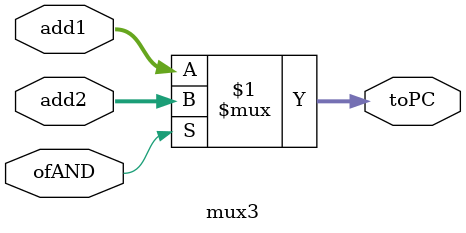
<source format=sv>
module mux3 #(parameter width=64)
    (input logic [width-1:0] add1,add2,
     input logic ofAND,
     output logic [width-1:0] toPC);

    
assign toPC=ofAND ? add2 : add1;

endmodule

</source>
